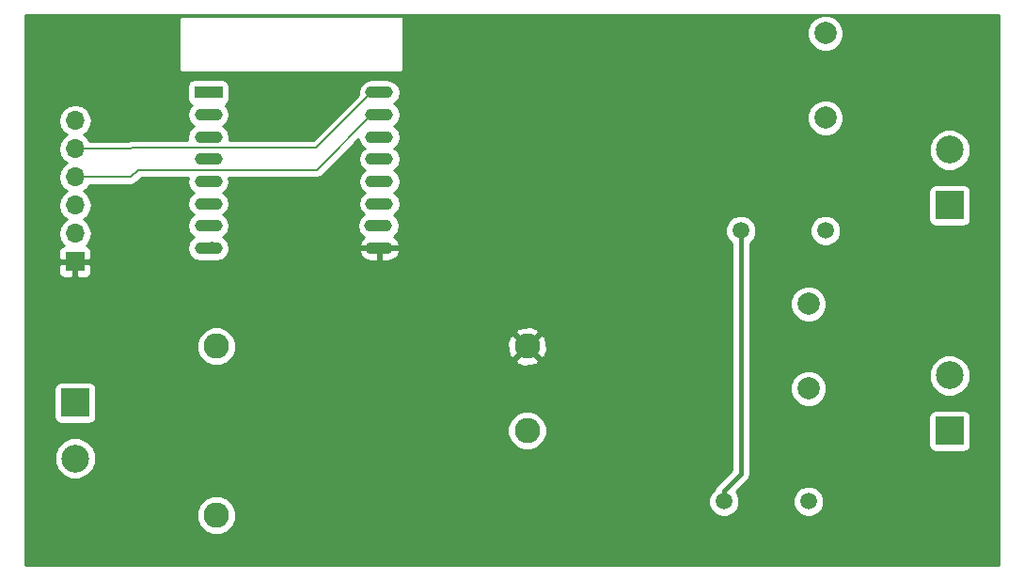
<source format=gbl>
G04 #@! TF.FileFunction,Copper,L2,Bot,Signal*
%FSLAX46Y46*%
G04 Gerber Fmt 4.6, Leading zero omitted, Abs format (unit mm)*
G04 Created by KiCad (PCBNEW 4.0.6) date 04/16/17 19:40:35*
%MOMM*%
%LPD*%
G01*
G04 APERTURE LIST*
%ADD10C,0.100000*%
%ADD11R,2.500000X1.100000*%
%ADD12O,2.500000X1.100000*%
%ADD13R,2.500000X2.500000*%
%ADD14C,2.500000*%
%ADD15R,1.700000X1.700000*%
%ADD16O,1.700000X1.700000*%
%ADD17C,1.520000*%
%ADD18C,2.000000*%
%ADD19C,2.290000*%
%ADD20C,0.457200*%
%ADD21C,0.152400*%
%ADD22C,0.254000*%
G04 APERTURE END LIST*
D10*
D11*
X77125600Y-84328000D03*
D12*
X77125600Y-86328000D03*
X77125600Y-88328000D03*
X77125600Y-90328000D03*
X77125600Y-92328000D03*
X77125600Y-94328000D03*
X77125600Y-96328000D03*
X77125600Y-98328000D03*
X92525600Y-98328000D03*
X92425600Y-96328000D03*
X92525600Y-94328000D03*
X92525600Y-92328000D03*
X92525600Y-90328000D03*
X92525600Y-88328000D03*
X92525600Y-86328000D03*
X92525600Y-84328000D03*
D13*
X65125600Y-112268000D03*
D14*
X65125600Y-117268000D03*
D15*
X65125600Y-99568000D03*
D16*
X65125600Y-97028000D03*
X65125600Y-94488000D03*
X65125600Y-91948000D03*
X65125600Y-89408000D03*
X65125600Y-86868000D03*
D13*
X143865600Y-94488000D03*
D14*
X143865600Y-89488000D03*
D13*
X143865600Y-114808000D03*
D14*
X143865600Y-109808000D03*
D17*
X132689600Y-96774000D03*
D18*
X132689600Y-86614000D03*
X132689600Y-78994000D03*
D17*
X125069600Y-96774000D03*
X131165600Y-121158000D03*
D18*
X131165600Y-110998000D03*
X131165600Y-103378000D03*
D17*
X123545600Y-121158000D03*
D19*
X77825600Y-107188000D03*
X77825600Y-122388000D03*
X105825600Y-107188000D03*
X105825600Y-114788000D03*
D20*
X123545600Y-121158000D02*
X123545600Y-120192800D01*
X125069600Y-118668800D02*
X125069600Y-96774000D01*
X123545600Y-120192800D02*
X125069600Y-118668800D01*
X77414600Y-97917000D02*
X77825600Y-98328000D01*
D21*
X65125600Y-89408000D02*
X70104000Y-89408000D01*
X86847200Y-89306400D02*
X91825600Y-84328000D01*
X70205600Y-89306400D02*
X86847200Y-89306400D01*
X70104000Y-89408000D02*
X70205600Y-89306400D01*
X65125600Y-91948000D02*
X70180200Y-91948000D01*
X86866000Y-91287600D02*
X91825600Y-86328000D01*
X70840600Y-91287600D02*
X86866000Y-91287600D01*
X70180200Y-91948000D02*
X70840600Y-91287600D01*
D22*
G36*
X148297900Y-126860300D02*
X60693300Y-126860300D01*
X60693300Y-122740510D01*
X76045292Y-122740510D01*
X76315710Y-123394972D01*
X76815995Y-123896130D01*
X77469983Y-124167690D01*
X78178110Y-124168308D01*
X78832572Y-123897890D01*
X79333730Y-123397605D01*
X79605290Y-122743617D01*
X79605908Y-122035490D01*
X79357488Y-121434265D01*
X122150358Y-121434265D01*
X122362287Y-121947172D01*
X122754364Y-122339934D01*
X123266900Y-122552758D01*
X123821865Y-122553242D01*
X124334772Y-122341313D01*
X124727534Y-121949236D01*
X124940358Y-121436700D01*
X124940360Y-121434265D01*
X129770358Y-121434265D01*
X129982287Y-121947172D01*
X130374364Y-122339934D01*
X130886900Y-122552758D01*
X131441865Y-122553242D01*
X131954772Y-122341313D01*
X132347534Y-121949236D01*
X132560358Y-121436700D01*
X132560842Y-120881735D01*
X132348913Y-120368828D01*
X131956836Y-119976066D01*
X131444300Y-119763242D01*
X130889335Y-119762758D01*
X130376428Y-119974687D01*
X129983666Y-120366764D01*
X129770842Y-120879300D01*
X129770358Y-121434265D01*
X124940360Y-121434265D01*
X124940842Y-120881735D01*
X124728913Y-120368828D01*
X124659960Y-120299754D01*
X125680257Y-119279458D01*
X125867461Y-118999286D01*
X125867462Y-118999285D01*
X125933200Y-118668800D01*
X125933200Y-113558000D01*
X141968160Y-113558000D01*
X141968160Y-116058000D01*
X142012438Y-116293317D01*
X142151510Y-116509441D01*
X142363710Y-116654431D01*
X142615600Y-116705440D01*
X145115600Y-116705440D01*
X145350917Y-116661162D01*
X145567041Y-116522090D01*
X145712031Y-116309890D01*
X145763040Y-116058000D01*
X145763040Y-113558000D01*
X145718762Y-113322683D01*
X145579690Y-113106559D01*
X145367490Y-112961569D01*
X145115600Y-112910560D01*
X142615600Y-112910560D01*
X142380283Y-112954838D01*
X142164159Y-113093910D01*
X142019169Y-113306110D01*
X141968160Y-113558000D01*
X125933200Y-113558000D01*
X125933200Y-111321795D01*
X129530316Y-111321795D01*
X129778706Y-111922943D01*
X130238237Y-112383278D01*
X130838952Y-112632716D01*
X131489395Y-112633284D01*
X132090543Y-112384894D01*
X132550878Y-111925363D01*
X132800316Y-111324648D01*
X132800884Y-110674205D01*
X132597222Y-110181305D01*
X141980274Y-110181305D01*
X142266643Y-110874372D01*
X142796439Y-111405093D01*
X143489005Y-111692672D01*
X144238905Y-111693326D01*
X144931972Y-111406957D01*
X145462693Y-110877161D01*
X145750272Y-110184595D01*
X145750926Y-109434695D01*
X145464557Y-108741628D01*
X144934761Y-108210907D01*
X144242195Y-107923328D01*
X143492295Y-107922674D01*
X142799228Y-108209043D01*
X142268507Y-108738839D01*
X141980928Y-109431405D01*
X141980274Y-110181305D01*
X132597222Y-110181305D01*
X132552494Y-110073057D01*
X132092963Y-109612722D01*
X131492248Y-109363284D01*
X130841805Y-109362716D01*
X130240657Y-109611106D01*
X129780322Y-110070637D01*
X129530884Y-110671352D01*
X129530316Y-111321795D01*
X125933200Y-111321795D01*
X125933200Y-103701795D01*
X129530316Y-103701795D01*
X129778706Y-104302943D01*
X130238237Y-104763278D01*
X130838952Y-105012716D01*
X131489395Y-105013284D01*
X132090543Y-104764894D01*
X132550878Y-104305363D01*
X132800316Y-103704648D01*
X132800884Y-103054205D01*
X132552494Y-102453057D01*
X132092963Y-101992722D01*
X131492248Y-101743284D01*
X130841805Y-101742716D01*
X130240657Y-101991106D01*
X129780322Y-102450637D01*
X129530884Y-103051352D01*
X129530316Y-103701795D01*
X125933200Y-103701795D01*
X125933200Y-97883015D01*
X126251534Y-97565236D01*
X126464358Y-97052700D01*
X126464360Y-97050265D01*
X131294358Y-97050265D01*
X131506287Y-97563172D01*
X131898364Y-97955934D01*
X132410900Y-98168758D01*
X132965865Y-98169242D01*
X133478772Y-97957313D01*
X133871534Y-97565236D01*
X134084358Y-97052700D01*
X134084842Y-96497735D01*
X133872913Y-95984828D01*
X133480836Y-95592066D01*
X132968300Y-95379242D01*
X132413335Y-95378758D01*
X131900428Y-95590687D01*
X131507666Y-95982764D01*
X131294842Y-96495300D01*
X131294358Y-97050265D01*
X126464360Y-97050265D01*
X126464842Y-96497735D01*
X126252913Y-95984828D01*
X125860836Y-95592066D01*
X125348300Y-95379242D01*
X124793335Y-95378758D01*
X124280428Y-95590687D01*
X123887666Y-95982764D01*
X123674842Y-96495300D01*
X123674358Y-97050265D01*
X123886287Y-97563172D01*
X124206000Y-97883444D01*
X124206000Y-118311085D01*
X122934943Y-119582143D01*
X122747738Y-119862315D01*
X122717694Y-120013353D01*
X122363666Y-120366764D01*
X122150842Y-120879300D01*
X122150358Y-121434265D01*
X79357488Y-121434265D01*
X79335490Y-121381028D01*
X78835205Y-120879870D01*
X78181217Y-120608310D01*
X77473090Y-120607692D01*
X76818628Y-120878110D01*
X76317470Y-121378395D01*
X76045910Y-122032383D01*
X76045292Y-122740510D01*
X60693300Y-122740510D01*
X60693300Y-117641305D01*
X63240274Y-117641305D01*
X63526643Y-118334372D01*
X64056439Y-118865093D01*
X64749005Y-119152672D01*
X65498905Y-119153326D01*
X66191972Y-118866957D01*
X66722693Y-118337161D01*
X67010272Y-117644595D01*
X67010926Y-116894695D01*
X66724557Y-116201628D01*
X66194761Y-115670907D01*
X65502195Y-115383328D01*
X64752295Y-115382674D01*
X64059228Y-115669043D01*
X63528507Y-116198839D01*
X63240928Y-116891405D01*
X63240274Y-117641305D01*
X60693300Y-117641305D01*
X60693300Y-115140510D01*
X104045292Y-115140510D01*
X104315710Y-115794972D01*
X104815995Y-116296130D01*
X105469983Y-116567690D01*
X106178110Y-116568308D01*
X106832572Y-116297890D01*
X107333730Y-115797605D01*
X107605290Y-115143617D01*
X107605908Y-114435490D01*
X107335490Y-113781028D01*
X106835205Y-113279870D01*
X106181217Y-113008310D01*
X105473090Y-113007692D01*
X104818628Y-113278110D01*
X104317470Y-113778395D01*
X104045910Y-114432383D01*
X104045292Y-115140510D01*
X60693300Y-115140510D01*
X60693300Y-111018000D01*
X63228160Y-111018000D01*
X63228160Y-113518000D01*
X63272438Y-113753317D01*
X63411510Y-113969441D01*
X63623710Y-114114431D01*
X63875600Y-114165440D01*
X66375600Y-114165440D01*
X66610917Y-114121162D01*
X66827041Y-113982090D01*
X66972031Y-113769890D01*
X67023040Y-113518000D01*
X67023040Y-111018000D01*
X66978762Y-110782683D01*
X66839690Y-110566559D01*
X66627490Y-110421569D01*
X66375600Y-110370560D01*
X63875600Y-110370560D01*
X63640283Y-110414838D01*
X63424159Y-110553910D01*
X63279169Y-110766110D01*
X63228160Y-111018000D01*
X60693300Y-111018000D01*
X60693300Y-107540510D01*
X76045292Y-107540510D01*
X76315710Y-108194972D01*
X76815995Y-108696130D01*
X77469983Y-108967690D01*
X78178110Y-108968308D01*
X78832572Y-108697890D01*
X79085493Y-108445409D01*
X104747796Y-108445409D01*
X104864205Y-108727312D01*
X105526456Y-108978049D01*
X106234249Y-108956267D01*
X106786995Y-108727312D01*
X106903404Y-108445409D01*
X105825600Y-107367605D01*
X104747796Y-108445409D01*
X79085493Y-108445409D01*
X79333730Y-108197605D01*
X79605290Y-107543617D01*
X79605861Y-106888856D01*
X104035551Y-106888856D01*
X104057333Y-107596649D01*
X104286288Y-108149395D01*
X104568191Y-108265804D01*
X105645995Y-107188000D01*
X106005205Y-107188000D01*
X107083009Y-108265804D01*
X107364912Y-108149395D01*
X107615649Y-107487144D01*
X107593867Y-106779351D01*
X107364912Y-106226605D01*
X107083009Y-106110196D01*
X106005205Y-107188000D01*
X105645995Y-107188000D01*
X104568191Y-106110196D01*
X104286288Y-106226605D01*
X104035551Y-106888856D01*
X79605861Y-106888856D01*
X79605908Y-106835490D01*
X79335490Y-106181028D01*
X79085490Y-105930591D01*
X104747796Y-105930591D01*
X105825600Y-107008395D01*
X106903404Y-105930591D01*
X106786995Y-105648688D01*
X106124744Y-105397951D01*
X105416951Y-105419733D01*
X104864205Y-105648688D01*
X104747796Y-105930591D01*
X79085490Y-105930591D01*
X78835205Y-105679870D01*
X78181217Y-105408310D01*
X77473090Y-105407692D01*
X76818628Y-105678110D01*
X76317470Y-106178395D01*
X76045910Y-106832383D01*
X76045292Y-107540510D01*
X60693300Y-107540510D01*
X60693300Y-99853750D01*
X63640600Y-99853750D01*
X63640600Y-100544310D01*
X63737273Y-100777699D01*
X63915902Y-100956327D01*
X64149291Y-101053000D01*
X64839850Y-101053000D01*
X64998600Y-100894250D01*
X64998600Y-99695000D01*
X65252600Y-99695000D01*
X65252600Y-100894250D01*
X65411350Y-101053000D01*
X66101909Y-101053000D01*
X66335298Y-100956327D01*
X66513927Y-100777699D01*
X66610600Y-100544310D01*
X66610600Y-99853750D01*
X66451850Y-99695000D01*
X65252600Y-99695000D01*
X64998600Y-99695000D01*
X63799350Y-99695000D01*
X63640600Y-99853750D01*
X60693300Y-99853750D01*
X60693300Y-86868000D01*
X63611507Y-86868000D01*
X63724546Y-87436285D01*
X64046453Y-87918054D01*
X64375626Y-88138000D01*
X64046453Y-88357946D01*
X63724546Y-88839715D01*
X63611507Y-89408000D01*
X63724546Y-89976285D01*
X64046453Y-90458054D01*
X64375626Y-90678000D01*
X64046453Y-90897946D01*
X63724546Y-91379715D01*
X63611507Y-91948000D01*
X63724546Y-92516285D01*
X64046453Y-92998054D01*
X64375626Y-93218000D01*
X64046453Y-93437946D01*
X63724546Y-93919715D01*
X63611507Y-94488000D01*
X63724546Y-95056285D01*
X64046453Y-95538054D01*
X64375626Y-95758000D01*
X64046453Y-95977946D01*
X63724546Y-96459715D01*
X63611507Y-97028000D01*
X63724546Y-97596285D01*
X64046453Y-98078054D01*
X64090377Y-98107403D01*
X63915902Y-98179673D01*
X63737273Y-98358301D01*
X63640600Y-98591690D01*
X63640600Y-99282250D01*
X63799350Y-99441000D01*
X64998600Y-99441000D01*
X64998600Y-99421000D01*
X65252600Y-99421000D01*
X65252600Y-99441000D01*
X66451850Y-99441000D01*
X66610600Y-99282250D01*
X66610600Y-98591690D01*
X66513927Y-98358301D01*
X66335298Y-98179673D01*
X66160823Y-98107403D01*
X66204747Y-98078054D01*
X66526654Y-97596285D01*
X66639693Y-97028000D01*
X66526654Y-96459715D01*
X66204747Y-95977946D01*
X65875574Y-95758000D01*
X66204747Y-95538054D01*
X66526654Y-95056285D01*
X66639693Y-94488000D01*
X66526654Y-93919715D01*
X66204747Y-93437946D01*
X65875574Y-93218000D01*
X66204747Y-92998054D01*
X66431161Y-92659200D01*
X70180200Y-92659200D01*
X70452365Y-92605063D01*
X70683094Y-92450894D01*
X71135189Y-91998800D01*
X75269153Y-91998800D01*
X75203671Y-92328000D01*
X75293874Y-92781480D01*
X75550749Y-93165922D01*
X75793317Y-93328000D01*
X75550749Y-93490078D01*
X75293874Y-93874520D01*
X75203671Y-94328000D01*
X75293874Y-94781480D01*
X75550749Y-95165922D01*
X75793317Y-95328000D01*
X75550749Y-95490078D01*
X75293874Y-95874520D01*
X75203671Y-96328000D01*
X75293874Y-96781480D01*
X75550749Y-97165922D01*
X75793317Y-97328000D01*
X75550749Y-97490078D01*
X75293874Y-97874520D01*
X75203671Y-98328000D01*
X75293874Y-98781480D01*
X75550749Y-99165922D01*
X75935191Y-99422797D01*
X76388671Y-99513000D01*
X77862529Y-99513000D01*
X78316009Y-99422797D01*
X78700451Y-99165922D01*
X78957326Y-98781480D01*
X78985916Y-98637744D01*
X90681797Y-98637744D01*
X90682202Y-98664146D01*
X90897876Y-99076118D01*
X91254787Y-99374196D01*
X91698600Y-99513000D01*
X92398600Y-99513000D01*
X92398600Y-98455000D01*
X92652600Y-98455000D01*
X92652600Y-99513000D01*
X93352600Y-99513000D01*
X93796413Y-99374196D01*
X94153324Y-99076118D01*
X94368998Y-98664146D01*
X94369403Y-98637744D01*
X94243961Y-98455000D01*
X92652600Y-98455000D01*
X92398600Y-98455000D01*
X90807239Y-98455000D01*
X90681797Y-98637744D01*
X78985916Y-98637744D01*
X79047529Y-98328000D01*
X78957326Y-97874520D01*
X78700451Y-97490078D01*
X78457883Y-97328000D01*
X78700451Y-97165922D01*
X78957326Y-96781480D01*
X79047529Y-96328000D01*
X78957326Y-95874520D01*
X78700451Y-95490078D01*
X78457883Y-95328000D01*
X78700451Y-95165922D01*
X78957326Y-94781480D01*
X79047529Y-94328000D01*
X78957326Y-93874520D01*
X78700451Y-93490078D01*
X78457883Y-93328000D01*
X78700451Y-93165922D01*
X78957326Y-92781480D01*
X79047529Y-92328000D01*
X78982047Y-91998800D01*
X86866000Y-91998800D01*
X87138165Y-91944663D01*
X87368894Y-91790494D01*
X90641452Y-88517937D01*
X90693874Y-88781480D01*
X90950749Y-89165922D01*
X91193317Y-89328000D01*
X90950749Y-89490078D01*
X90693874Y-89874520D01*
X90603671Y-90328000D01*
X90693874Y-90781480D01*
X90950749Y-91165922D01*
X91193317Y-91328000D01*
X90950749Y-91490078D01*
X90693874Y-91874520D01*
X90603671Y-92328000D01*
X90693874Y-92781480D01*
X90950749Y-93165922D01*
X91193317Y-93328000D01*
X90950749Y-93490078D01*
X90693874Y-93874520D01*
X90603671Y-94328000D01*
X90693874Y-94781480D01*
X90950749Y-95165922D01*
X91143317Y-95294591D01*
X90850749Y-95490078D01*
X90593874Y-95874520D01*
X90503671Y-96328000D01*
X90593874Y-96781480D01*
X90850749Y-97165922D01*
X91152291Y-97367405D01*
X90897876Y-97579882D01*
X90682202Y-97991854D01*
X90681797Y-98018256D01*
X90807239Y-98201000D01*
X92398600Y-98201000D01*
X92398600Y-98181000D01*
X92652600Y-98181000D01*
X92652600Y-98201000D01*
X94243961Y-98201000D01*
X94369403Y-98018256D01*
X94368998Y-97991854D01*
X94153324Y-97579882D01*
X93810017Y-97293165D01*
X94000451Y-97165922D01*
X94257326Y-96781480D01*
X94347529Y-96328000D01*
X94257326Y-95874520D01*
X94000451Y-95490078D01*
X93807883Y-95361409D01*
X94100451Y-95165922D01*
X94357326Y-94781480D01*
X94447529Y-94328000D01*
X94357326Y-93874520D01*
X94100451Y-93490078D01*
X93857883Y-93328000D01*
X93992578Y-93238000D01*
X141968160Y-93238000D01*
X141968160Y-95738000D01*
X142012438Y-95973317D01*
X142151510Y-96189441D01*
X142363710Y-96334431D01*
X142615600Y-96385440D01*
X145115600Y-96385440D01*
X145350917Y-96341162D01*
X145567041Y-96202090D01*
X145712031Y-95989890D01*
X145763040Y-95738000D01*
X145763040Y-93238000D01*
X145718762Y-93002683D01*
X145579690Y-92786559D01*
X145367490Y-92641569D01*
X145115600Y-92590560D01*
X142615600Y-92590560D01*
X142380283Y-92634838D01*
X142164159Y-92773910D01*
X142019169Y-92986110D01*
X141968160Y-93238000D01*
X93992578Y-93238000D01*
X94100451Y-93165922D01*
X94357326Y-92781480D01*
X94447529Y-92328000D01*
X94357326Y-91874520D01*
X94100451Y-91490078D01*
X93857883Y-91328000D01*
X94100451Y-91165922D01*
X94357326Y-90781480D01*
X94447529Y-90328000D01*
X94357326Y-89874520D01*
X94348497Y-89861305D01*
X141980274Y-89861305D01*
X142266643Y-90554372D01*
X142796439Y-91085093D01*
X143489005Y-91372672D01*
X144238905Y-91373326D01*
X144931972Y-91086957D01*
X145462693Y-90557161D01*
X145750272Y-89864595D01*
X145750926Y-89114695D01*
X145464557Y-88421628D01*
X144934761Y-87890907D01*
X144242195Y-87603328D01*
X143492295Y-87602674D01*
X142799228Y-87889043D01*
X142268507Y-88418839D01*
X141980928Y-89111405D01*
X141980274Y-89861305D01*
X94348497Y-89861305D01*
X94100451Y-89490078D01*
X93857883Y-89328000D01*
X94100451Y-89165922D01*
X94357326Y-88781480D01*
X94447529Y-88328000D01*
X94357326Y-87874520D01*
X94100451Y-87490078D01*
X93857883Y-87328000D01*
X94100451Y-87165922D01*
X94252880Y-86937795D01*
X131054316Y-86937795D01*
X131302706Y-87538943D01*
X131762237Y-87999278D01*
X132362952Y-88248716D01*
X133013395Y-88249284D01*
X133614543Y-88000894D01*
X134074878Y-87541363D01*
X134324316Y-86940648D01*
X134324884Y-86290205D01*
X134076494Y-85689057D01*
X133616963Y-85228722D01*
X133016248Y-84979284D01*
X132365805Y-84978716D01*
X131764657Y-85227106D01*
X131304322Y-85686637D01*
X131054884Y-86287352D01*
X131054316Y-86937795D01*
X94252880Y-86937795D01*
X94357326Y-86781480D01*
X94447529Y-86328000D01*
X94357326Y-85874520D01*
X94100451Y-85490078D01*
X93857883Y-85328000D01*
X94100451Y-85165922D01*
X94357326Y-84781480D01*
X94447529Y-84328000D01*
X94357326Y-83874520D01*
X94100451Y-83490078D01*
X93716009Y-83233203D01*
X93262529Y-83143000D01*
X91788671Y-83143000D01*
X91335191Y-83233203D01*
X90950749Y-83490078D01*
X90693874Y-83874520D01*
X90603671Y-84328000D01*
X90639531Y-84508281D01*
X86552612Y-88595200D01*
X78994379Y-88595200D01*
X79047529Y-88328000D01*
X78957326Y-87874520D01*
X78700451Y-87490078D01*
X78457883Y-87328000D01*
X78700451Y-87165922D01*
X78957326Y-86781480D01*
X79047529Y-86328000D01*
X78957326Y-85874520D01*
X78700451Y-85490078D01*
X78649729Y-85456187D01*
X78827041Y-85342090D01*
X78972031Y-85129890D01*
X79023040Y-84878000D01*
X79023040Y-83778000D01*
X78978762Y-83542683D01*
X78839690Y-83326559D01*
X78627490Y-83181569D01*
X78375600Y-83130560D01*
X75875600Y-83130560D01*
X75640283Y-83174838D01*
X75424159Y-83313910D01*
X75279169Y-83526110D01*
X75228160Y-83778000D01*
X75228160Y-84878000D01*
X75272438Y-85113317D01*
X75411510Y-85329441D01*
X75599215Y-85457694D01*
X75550749Y-85490078D01*
X75293874Y-85874520D01*
X75203671Y-86328000D01*
X75293874Y-86781480D01*
X75550749Y-87165922D01*
X75793317Y-87328000D01*
X75550749Y-87490078D01*
X75293874Y-87874520D01*
X75203671Y-88328000D01*
X75256821Y-88595200D01*
X70205600Y-88595200D01*
X69978590Y-88640355D01*
X69933435Y-88649337D01*
X69862402Y-88696800D01*
X66431161Y-88696800D01*
X66204747Y-88357946D01*
X65875574Y-88138000D01*
X66204747Y-87918054D01*
X66526654Y-87436285D01*
X66639693Y-86868000D01*
X66526654Y-86299715D01*
X66204747Y-85817946D01*
X65722978Y-85496039D01*
X65154693Y-85383000D01*
X65096507Y-85383000D01*
X64528222Y-85496039D01*
X64046453Y-85817946D01*
X63724546Y-86299715D01*
X63611507Y-86868000D01*
X60693300Y-86868000D01*
X60693300Y-77520800D01*
X73558400Y-77520800D01*
X73558400Y-77571600D01*
X73566459Y-77616120D01*
X73593151Y-77658887D01*
X73634378Y-77687900D01*
X73683646Y-77698588D01*
X73733189Y-77689266D01*
X73775203Y-77661403D01*
X73826003Y-77610603D01*
X73835435Y-77597000D01*
X74472800Y-77597000D01*
X74472800Y-82346800D01*
X74481485Y-82392959D01*
X74508765Y-82435353D01*
X74550390Y-82463794D01*
X74599800Y-82473800D01*
X94538800Y-82473800D01*
X94584959Y-82465115D01*
X94627353Y-82437835D01*
X94655794Y-82396210D01*
X94665800Y-82346800D01*
X94665800Y-79317795D01*
X131054316Y-79317795D01*
X131302706Y-79918943D01*
X131762237Y-80379278D01*
X132362952Y-80628716D01*
X133013395Y-80629284D01*
X133614543Y-80380894D01*
X134074878Y-79921363D01*
X134324316Y-79320648D01*
X134324884Y-78670205D01*
X134076494Y-78069057D01*
X133616963Y-77608722D01*
X133016248Y-77359284D01*
X132365805Y-77358716D01*
X131764657Y-77607106D01*
X131304322Y-78066637D01*
X131054884Y-78667352D01*
X131054316Y-79317795D01*
X94665800Y-79317795D01*
X94665800Y-77571600D01*
X94657115Y-77525441D01*
X94629835Y-77483047D01*
X94588210Y-77454606D01*
X94538800Y-77444600D01*
X74676000Y-77444600D01*
X74619204Y-77458008D01*
X74592457Y-77471382D01*
X74553641Y-77478685D01*
X74511247Y-77505965D01*
X74482806Y-77547590D01*
X74472800Y-77597000D01*
X73835435Y-77597000D01*
X73851784Y-77573423D01*
X73863152Y-77524309D01*
X73854515Y-77474641D01*
X73827235Y-77432247D01*
X73785610Y-77403806D01*
X73736200Y-77393800D01*
X73685400Y-77393800D01*
X73639241Y-77402485D01*
X73596847Y-77429765D01*
X73568406Y-77471390D01*
X73558400Y-77520800D01*
X60693300Y-77520800D01*
X60693300Y-77355700D01*
X148297900Y-77355700D01*
X148297900Y-126860300D01*
X148297900Y-126860300D01*
G37*
X148297900Y-126860300D02*
X60693300Y-126860300D01*
X60693300Y-122740510D01*
X76045292Y-122740510D01*
X76315710Y-123394972D01*
X76815995Y-123896130D01*
X77469983Y-124167690D01*
X78178110Y-124168308D01*
X78832572Y-123897890D01*
X79333730Y-123397605D01*
X79605290Y-122743617D01*
X79605908Y-122035490D01*
X79357488Y-121434265D01*
X122150358Y-121434265D01*
X122362287Y-121947172D01*
X122754364Y-122339934D01*
X123266900Y-122552758D01*
X123821865Y-122553242D01*
X124334772Y-122341313D01*
X124727534Y-121949236D01*
X124940358Y-121436700D01*
X124940360Y-121434265D01*
X129770358Y-121434265D01*
X129982287Y-121947172D01*
X130374364Y-122339934D01*
X130886900Y-122552758D01*
X131441865Y-122553242D01*
X131954772Y-122341313D01*
X132347534Y-121949236D01*
X132560358Y-121436700D01*
X132560842Y-120881735D01*
X132348913Y-120368828D01*
X131956836Y-119976066D01*
X131444300Y-119763242D01*
X130889335Y-119762758D01*
X130376428Y-119974687D01*
X129983666Y-120366764D01*
X129770842Y-120879300D01*
X129770358Y-121434265D01*
X124940360Y-121434265D01*
X124940842Y-120881735D01*
X124728913Y-120368828D01*
X124659960Y-120299754D01*
X125680257Y-119279458D01*
X125867461Y-118999286D01*
X125867462Y-118999285D01*
X125933200Y-118668800D01*
X125933200Y-113558000D01*
X141968160Y-113558000D01*
X141968160Y-116058000D01*
X142012438Y-116293317D01*
X142151510Y-116509441D01*
X142363710Y-116654431D01*
X142615600Y-116705440D01*
X145115600Y-116705440D01*
X145350917Y-116661162D01*
X145567041Y-116522090D01*
X145712031Y-116309890D01*
X145763040Y-116058000D01*
X145763040Y-113558000D01*
X145718762Y-113322683D01*
X145579690Y-113106559D01*
X145367490Y-112961569D01*
X145115600Y-112910560D01*
X142615600Y-112910560D01*
X142380283Y-112954838D01*
X142164159Y-113093910D01*
X142019169Y-113306110D01*
X141968160Y-113558000D01*
X125933200Y-113558000D01*
X125933200Y-111321795D01*
X129530316Y-111321795D01*
X129778706Y-111922943D01*
X130238237Y-112383278D01*
X130838952Y-112632716D01*
X131489395Y-112633284D01*
X132090543Y-112384894D01*
X132550878Y-111925363D01*
X132800316Y-111324648D01*
X132800884Y-110674205D01*
X132597222Y-110181305D01*
X141980274Y-110181305D01*
X142266643Y-110874372D01*
X142796439Y-111405093D01*
X143489005Y-111692672D01*
X144238905Y-111693326D01*
X144931972Y-111406957D01*
X145462693Y-110877161D01*
X145750272Y-110184595D01*
X145750926Y-109434695D01*
X145464557Y-108741628D01*
X144934761Y-108210907D01*
X144242195Y-107923328D01*
X143492295Y-107922674D01*
X142799228Y-108209043D01*
X142268507Y-108738839D01*
X141980928Y-109431405D01*
X141980274Y-110181305D01*
X132597222Y-110181305D01*
X132552494Y-110073057D01*
X132092963Y-109612722D01*
X131492248Y-109363284D01*
X130841805Y-109362716D01*
X130240657Y-109611106D01*
X129780322Y-110070637D01*
X129530884Y-110671352D01*
X129530316Y-111321795D01*
X125933200Y-111321795D01*
X125933200Y-103701795D01*
X129530316Y-103701795D01*
X129778706Y-104302943D01*
X130238237Y-104763278D01*
X130838952Y-105012716D01*
X131489395Y-105013284D01*
X132090543Y-104764894D01*
X132550878Y-104305363D01*
X132800316Y-103704648D01*
X132800884Y-103054205D01*
X132552494Y-102453057D01*
X132092963Y-101992722D01*
X131492248Y-101743284D01*
X130841805Y-101742716D01*
X130240657Y-101991106D01*
X129780322Y-102450637D01*
X129530884Y-103051352D01*
X129530316Y-103701795D01*
X125933200Y-103701795D01*
X125933200Y-97883015D01*
X126251534Y-97565236D01*
X126464358Y-97052700D01*
X126464360Y-97050265D01*
X131294358Y-97050265D01*
X131506287Y-97563172D01*
X131898364Y-97955934D01*
X132410900Y-98168758D01*
X132965865Y-98169242D01*
X133478772Y-97957313D01*
X133871534Y-97565236D01*
X134084358Y-97052700D01*
X134084842Y-96497735D01*
X133872913Y-95984828D01*
X133480836Y-95592066D01*
X132968300Y-95379242D01*
X132413335Y-95378758D01*
X131900428Y-95590687D01*
X131507666Y-95982764D01*
X131294842Y-96495300D01*
X131294358Y-97050265D01*
X126464360Y-97050265D01*
X126464842Y-96497735D01*
X126252913Y-95984828D01*
X125860836Y-95592066D01*
X125348300Y-95379242D01*
X124793335Y-95378758D01*
X124280428Y-95590687D01*
X123887666Y-95982764D01*
X123674842Y-96495300D01*
X123674358Y-97050265D01*
X123886287Y-97563172D01*
X124206000Y-97883444D01*
X124206000Y-118311085D01*
X122934943Y-119582143D01*
X122747738Y-119862315D01*
X122717694Y-120013353D01*
X122363666Y-120366764D01*
X122150842Y-120879300D01*
X122150358Y-121434265D01*
X79357488Y-121434265D01*
X79335490Y-121381028D01*
X78835205Y-120879870D01*
X78181217Y-120608310D01*
X77473090Y-120607692D01*
X76818628Y-120878110D01*
X76317470Y-121378395D01*
X76045910Y-122032383D01*
X76045292Y-122740510D01*
X60693300Y-122740510D01*
X60693300Y-117641305D01*
X63240274Y-117641305D01*
X63526643Y-118334372D01*
X64056439Y-118865093D01*
X64749005Y-119152672D01*
X65498905Y-119153326D01*
X66191972Y-118866957D01*
X66722693Y-118337161D01*
X67010272Y-117644595D01*
X67010926Y-116894695D01*
X66724557Y-116201628D01*
X66194761Y-115670907D01*
X65502195Y-115383328D01*
X64752295Y-115382674D01*
X64059228Y-115669043D01*
X63528507Y-116198839D01*
X63240928Y-116891405D01*
X63240274Y-117641305D01*
X60693300Y-117641305D01*
X60693300Y-115140510D01*
X104045292Y-115140510D01*
X104315710Y-115794972D01*
X104815995Y-116296130D01*
X105469983Y-116567690D01*
X106178110Y-116568308D01*
X106832572Y-116297890D01*
X107333730Y-115797605D01*
X107605290Y-115143617D01*
X107605908Y-114435490D01*
X107335490Y-113781028D01*
X106835205Y-113279870D01*
X106181217Y-113008310D01*
X105473090Y-113007692D01*
X104818628Y-113278110D01*
X104317470Y-113778395D01*
X104045910Y-114432383D01*
X104045292Y-115140510D01*
X60693300Y-115140510D01*
X60693300Y-111018000D01*
X63228160Y-111018000D01*
X63228160Y-113518000D01*
X63272438Y-113753317D01*
X63411510Y-113969441D01*
X63623710Y-114114431D01*
X63875600Y-114165440D01*
X66375600Y-114165440D01*
X66610917Y-114121162D01*
X66827041Y-113982090D01*
X66972031Y-113769890D01*
X67023040Y-113518000D01*
X67023040Y-111018000D01*
X66978762Y-110782683D01*
X66839690Y-110566559D01*
X66627490Y-110421569D01*
X66375600Y-110370560D01*
X63875600Y-110370560D01*
X63640283Y-110414838D01*
X63424159Y-110553910D01*
X63279169Y-110766110D01*
X63228160Y-111018000D01*
X60693300Y-111018000D01*
X60693300Y-107540510D01*
X76045292Y-107540510D01*
X76315710Y-108194972D01*
X76815995Y-108696130D01*
X77469983Y-108967690D01*
X78178110Y-108968308D01*
X78832572Y-108697890D01*
X79085493Y-108445409D01*
X104747796Y-108445409D01*
X104864205Y-108727312D01*
X105526456Y-108978049D01*
X106234249Y-108956267D01*
X106786995Y-108727312D01*
X106903404Y-108445409D01*
X105825600Y-107367605D01*
X104747796Y-108445409D01*
X79085493Y-108445409D01*
X79333730Y-108197605D01*
X79605290Y-107543617D01*
X79605861Y-106888856D01*
X104035551Y-106888856D01*
X104057333Y-107596649D01*
X104286288Y-108149395D01*
X104568191Y-108265804D01*
X105645995Y-107188000D01*
X106005205Y-107188000D01*
X107083009Y-108265804D01*
X107364912Y-108149395D01*
X107615649Y-107487144D01*
X107593867Y-106779351D01*
X107364912Y-106226605D01*
X107083009Y-106110196D01*
X106005205Y-107188000D01*
X105645995Y-107188000D01*
X104568191Y-106110196D01*
X104286288Y-106226605D01*
X104035551Y-106888856D01*
X79605861Y-106888856D01*
X79605908Y-106835490D01*
X79335490Y-106181028D01*
X79085490Y-105930591D01*
X104747796Y-105930591D01*
X105825600Y-107008395D01*
X106903404Y-105930591D01*
X106786995Y-105648688D01*
X106124744Y-105397951D01*
X105416951Y-105419733D01*
X104864205Y-105648688D01*
X104747796Y-105930591D01*
X79085490Y-105930591D01*
X78835205Y-105679870D01*
X78181217Y-105408310D01*
X77473090Y-105407692D01*
X76818628Y-105678110D01*
X76317470Y-106178395D01*
X76045910Y-106832383D01*
X76045292Y-107540510D01*
X60693300Y-107540510D01*
X60693300Y-99853750D01*
X63640600Y-99853750D01*
X63640600Y-100544310D01*
X63737273Y-100777699D01*
X63915902Y-100956327D01*
X64149291Y-101053000D01*
X64839850Y-101053000D01*
X64998600Y-100894250D01*
X64998600Y-99695000D01*
X65252600Y-99695000D01*
X65252600Y-100894250D01*
X65411350Y-101053000D01*
X66101909Y-101053000D01*
X66335298Y-100956327D01*
X66513927Y-100777699D01*
X66610600Y-100544310D01*
X66610600Y-99853750D01*
X66451850Y-99695000D01*
X65252600Y-99695000D01*
X64998600Y-99695000D01*
X63799350Y-99695000D01*
X63640600Y-99853750D01*
X60693300Y-99853750D01*
X60693300Y-86868000D01*
X63611507Y-86868000D01*
X63724546Y-87436285D01*
X64046453Y-87918054D01*
X64375626Y-88138000D01*
X64046453Y-88357946D01*
X63724546Y-88839715D01*
X63611507Y-89408000D01*
X63724546Y-89976285D01*
X64046453Y-90458054D01*
X64375626Y-90678000D01*
X64046453Y-90897946D01*
X63724546Y-91379715D01*
X63611507Y-91948000D01*
X63724546Y-92516285D01*
X64046453Y-92998054D01*
X64375626Y-93218000D01*
X64046453Y-93437946D01*
X63724546Y-93919715D01*
X63611507Y-94488000D01*
X63724546Y-95056285D01*
X64046453Y-95538054D01*
X64375626Y-95758000D01*
X64046453Y-95977946D01*
X63724546Y-96459715D01*
X63611507Y-97028000D01*
X63724546Y-97596285D01*
X64046453Y-98078054D01*
X64090377Y-98107403D01*
X63915902Y-98179673D01*
X63737273Y-98358301D01*
X63640600Y-98591690D01*
X63640600Y-99282250D01*
X63799350Y-99441000D01*
X64998600Y-99441000D01*
X64998600Y-99421000D01*
X65252600Y-99421000D01*
X65252600Y-99441000D01*
X66451850Y-99441000D01*
X66610600Y-99282250D01*
X66610600Y-98591690D01*
X66513927Y-98358301D01*
X66335298Y-98179673D01*
X66160823Y-98107403D01*
X66204747Y-98078054D01*
X66526654Y-97596285D01*
X66639693Y-97028000D01*
X66526654Y-96459715D01*
X66204747Y-95977946D01*
X65875574Y-95758000D01*
X66204747Y-95538054D01*
X66526654Y-95056285D01*
X66639693Y-94488000D01*
X66526654Y-93919715D01*
X66204747Y-93437946D01*
X65875574Y-93218000D01*
X66204747Y-92998054D01*
X66431161Y-92659200D01*
X70180200Y-92659200D01*
X70452365Y-92605063D01*
X70683094Y-92450894D01*
X71135189Y-91998800D01*
X75269153Y-91998800D01*
X75203671Y-92328000D01*
X75293874Y-92781480D01*
X75550749Y-93165922D01*
X75793317Y-93328000D01*
X75550749Y-93490078D01*
X75293874Y-93874520D01*
X75203671Y-94328000D01*
X75293874Y-94781480D01*
X75550749Y-95165922D01*
X75793317Y-95328000D01*
X75550749Y-95490078D01*
X75293874Y-95874520D01*
X75203671Y-96328000D01*
X75293874Y-96781480D01*
X75550749Y-97165922D01*
X75793317Y-97328000D01*
X75550749Y-97490078D01*
X75293874Y-97874520D01*
X75203671Y-98328000D01*
X75293874Y-98781480D01*
X75550749Y-99165922D01*
X75935191Y-99422797D01*
X76388671Y-99513000D01*
X77862529Y-99513000D01*
X78316009Y-99422797D01*
X78700451Y-99165922D01*
X78957326Y-98781480D01*
X78985916Y-98637744D01*
X90681797Y-98637744D01*
X90682202Y-98664146D01*
X90897876Y-99076118D01*
X91254787Y-99374196D01*
X91698600Y-99513000D01*
X92398600Y-99513000D01*
X92398600Y-98455000D01*
X92652600Y-98455000D01*
X92652600Y-99513000D01*
X93352600Y-99513000D01*
X93796413Y-99374196D01*
X94153324Y-99076118D01*
X94368998Y-98664146D01*
X94369403Y-98637744D01*
X94243961Y-98455000D01*
X92652600Y-98455000D01*
X92398600Y-98455000D01*
X90807239Y-98455000D01*
X90681797Y-98637744D01*
X78985916Y-98637744D01*
X79047529Y-98328000D01*
X78957326Y-97874520D01*
X78700451Y-97490078D01*
X78457883Y-97328000D01*
X78700451Y-97165922D01*
X78957326Y-96781480D01*
X79047529Y-96328000D01*
X78957326Y-95874520D01*
X78700451Y-95490078D01*
X78457883Y-95328000D01*
X78700451Y-95165922D01*
X78957326Y-94781480D01*
X79047529Y-94328000D01*
X78957326Y-93874520D01*
X78700451Y-93490078D01*
X78457883Y-93328000D01*
X78700451Y-93165922D01*
X78957326Y-92781480D01*
X79047529Y-92328000D01*
X78982047Y-91998800D01*
X86866000Y-91998800D01*
X87138165Y-91944663D01*
X87368894Y-91790494D01*
X90641452Y-88517937D01*
X90693874Y-88781480D01*
X90950749Y-89165922D01*
X91193317Y-89328000D01*
X90950749Y-89490078D01*
X90693874Y-89874520D01*
X90603671Y-90328000D01*
X90693874Y-90781480D01*
X90950749Y-91165922D01*
X91193317Y-91328000D01*
X90950749Y-91490078D01*
X90693874Y-91874520D01*
X90603671Y-92328000D01*
X90693874Y-92781480D01*
X90950749Y-93165922D01*
X91193317Y-93328000D01*
X90950749Y-93490078D01*
X90693874Y-93874520D01*
X90603671Y-94328000D01*
X90693874Y-94781480D01*
X90950749Y-95165922D01*
X91143317Y-95294591D01*
X90850749Y-95490078D01*
X90593874Y-95874520D01*
X90503671Y-96328000D01*
X90593874Y-96781480D01*
X90850749Y-97165922D01*
X91152291Y-97367405D01*
X90897876Y-97579882D01*
X90682202Y-97991854D01*
X90681797Y-98018256D01*
X90807239Y-98201000D01*
X92398600Y-98201000D01*
X92398600Y-98181000D01*
X92652600Y-98181000D01*
X92652600Y-98201000D01*
X94243961Y-98201000D01*
X94369403Y-98018256D01*
X94368998Y-97991854D01*
X94153324Y-97579882D01*
X93810017Y-97293165D01*
X94000451Y-97165922D01*
X94257326Y-96781480D01*
X94347529Y-96328000D01*
X94257326Y-95874520D01*
X94000451Y-95490078D01*
X93807883Y-95361409D01*
X94100451Y-95165922D01*
X94357326Y-94781480D01*
X94447529Y-94328000D01*
X94357326Y-93874520D01*
X94100451Y-93490078D01*
X93857883Y-93328000D01*
X93992578Y-93238000D01*
X141968160Y-93238000D01*
X141968160Y-95738000D01*
X142012438Y-95973317D01*
X142151510Y-96189441D01*
X142363710Y-96334431D01*
X142615600Y-96385440D01*
X145115600Y-96385440D01*
X145350917Y-96341162D01*
X145567041Y-96202090D01*
X145712031Y-95989890D01*
X145763040Y-95738000D01*
X145763040Y-93238000D01*
X145718762Y-93002683D01*
X145579690Y-92786559D01*
X145367490Y-92641569D01*
X145115600Y-92590560D01*
X142615600Y-92590560D01*
X142380283Y-92634838D01*
X142164159Y-92773910D01*
X142019169Y-92986110D01*
X141968160Y-93238000D01*
X93992578Y-93238000D01*
X94100451Y-93165922D01*
X94357326Y-92781480D01*
X94447529Y-92328000D01*
X94357326Y-91874520D01*
X94100451Y-91490078D01*
X93857883Y-91328000D01*
X94100451Y-91165922D01*
X94357326Y-90781480D01*
X94447529Y-90328000D01*
X94357326Y-89874520D01*
X94348497Y-89861305D01*
X141980274Y-89861305D01*
X142266643Y-90554372D01*
X142796439Y-91085093D01*
X143489005Y-91372672D01*
X144238905Y-91373326D01*
X144931972Y-91086957D01*
X145462693Y-90557161D01*
X145750272Y-89864595D01*
X145750926Y-89114695D01*
X145464557Y-88421628D01*
X144934761Y-87890907D01*
X144242195Y-87603328D01*
X143492295Y-87602674D01*
X142799228Y-87889043D01*
X142268507Y-88418839D01*
X141980928Y-89111405D01*
X141980274Y-89861305D01*
X94348497Y-89861305D01*
X94100451Y-89490078D01*
X93857883Y-89328000D01*
X94100451Y-89165922D01*
X94357326Y-88781480D01*
X94447529Y-88328000D01*
X94357326Y-87874520D01*
X94100451Y-87490078D01*
X93857883Y-87328000D01*
X94100451Y-87165922D01*
X94252880Y-86937795D01*
X131054316Y-86937795D01*
X131302706Y-87538943D01*
X131762237Y-87999278D01*
X132362952Y-88248716D01*
X133013395Y-88249284D01*
X133614543Y-88000894D01*
X134074878Y-87541363D01*
X134324316Y-86940648D01*
X134324884Y-86290205D01*
X134076494Y-85689057D01*
X133616963Y-85228722D01*
X133016248Y-84979284D01*
X132365805Y-84978716D01*
X131764657Y-85227106D01*
X131304322Y-85686637D01*
X131054884Y-86287352D01*
X131054316Y-86937795D01*
X94252880Y-86937795D01*
X94357326Y-86781480D01*
X94447529Y-86328000D01*
X94357326Y-85874520D01*
X94100451Y-85490078D01*
X93857883Y-85328000D01*
X94100451Y-85165922D01*
X94357326Y-84781480D01*
X94447529Y-84328000D01*
X94357326Y-83874520D01*
X94100451Y-83490078D01*
X93716009Y-83233203D01*
X93262529Y-83143000D01*
X91788671Y-83143000D01*
X91335191Y-83233203D01*
X90950749Y-83490078D01*
X90693874Y-83874520D01*
X90603671Y-84328000D01*
X90639531Y-84508281D01*
X86552612Y-88595200D01*
X78994379Y-88595200D01*
X79047529Y-88328000D01*
X78957326Y-87874520D01*
X78700451Y-87490078D01*
X78457883Y-87328000D01*
X78700451Y-87165922D01*
X78957326Y-86781480D01*
X79047529Y-86328000D01*
X78957326Y-85874520D01*
X78700451Y-85490078D01*
X78649729Y-85456187D01*
X78827041Y-85342090D01*
X78972031Y-85129890D01*
X79023040Y-84878000D01*
X79023040Y-83778000D01*
X78978762Y-83542683D01*
X78839690Y-83326559D01*
X78627490Y-83181569D01*
X78375600Y-83130560D01*
X75875600Y-83130560D01*
X75640283Y-83174838D01*
X75424159Y-83313910D01*
X75279169Y-83526110D01*
X75228160Y-83778000D01*
X75228160Y-84878000D01*
X75272438Y-85113317D01*
X75411510Y-85329441D01*
X75599215Y-85457694D01*
X75550749Y-85490078D01*
X75293874Y-85874520D01*
X75203671Y-86328000D01*
X75293874Y-86781480D01*
X75550749Y-87165922D01*
X75793317Y-87328000D01*
X75550749Y-87490078D01*
X75293874Y-87874520D01*
X75203671Y-88328000D01*
X75256821Y-88595200D01*
X70205600Y-88595200D01*
X69978590Y-88640355D01*
X69933435Y-88649337D01*
X69862402Y-88696800D01*
X66431161Y-88696800D01*
X66204747Y-88357946D01*
X65875574Y-88138000D01*
X66204747Y-87918054D01*
X66526654Y-87436285D01*
X66639693Y-86868000D01*
X66526654Y-86299715D01*
X66204747Y-85817946D01*
X65722978Y-85496039D01*
X65154693Y-85383000D01*
X65096507Y-85383000D01*
X64528222Y-85496039D01*
X64046453Y-85817946D01*
X63724546Y-86299715D01*
X63611507Y-86868000D01*
X60693300Y-86868000D01*
X60693300Y-77520800D01*
X73558400Y-77520800D01*
X73558400Y-77571600D01*
X73566459Y-77616120D01*
X73593151Y-77658887D01*
X73634378Y-77687900D01*
X73683646Y-77698588D01*
X73733189Y-77689266D01*
X73775203Y-77661403D01*
X73826003Y-77610603D01*
X73835435Y-77597000D01*
X74472800Y-77597000D01*
X74472800Y-82346800D01*
X74481485Y-82392959D01*
X74508765Y-82435353D01*
X74550390Y-82463794D01*
X74599800Y-82473800D01*
X94538800Y-82473800D01*
X94584959Y-82465115D01*
X94627353Y-82437835D01*
X94655794Y-82396210D01*
X94665800Y-82346800D01*
X94665800Y-79317795D01*
X131054316Y-79317795D01*
X131302706Y-79918943D01*
X131762237Y-80379278D01*
X132362952Y-80628716D01*
X133013395Y-80629284D01*
X133614543Y-80380894D01*
X134074878Y-79921363D01*
X134324316Y-79320648D01*
X134324884Y-78670205D01*
X134076494Y-78069057D01*
X133616963Y-77608722D01*
X133016248Y-77359284D01*
X132365805Y-77358716D01*
X131764657Y-77607106D01*
X131304322Y-78066637D01*
X131054884Y-78667352D01*
X131054316Y-79317795D01*
X94665800Y-79317795D01*
X94665800Y-77571600D01*
X94657115Y-77525441D01*
X94629835Y-77483047D01*
X94588210Y-77454606D01*
X94538800Y-77444600D01*
X74676000Y-77444600D01*
X74619204Y-77458008D01*
X74592457Y-77471382D01*
X74553641Y-77478685D01*
X74511247Y-77505965D01*
X74482806Y-77547590D01*
X74472800Y-77597000D01*
X73835435Y-77597000D01*
X73851784Y-77573423D01*
X73863152Y-77524309D01*
X73854515Y-77474641D01*
X73827235Y-77432247D01*
X73785610Y-77403806D01*
X73736200Y-77393800D01*
X73685400Y-77393800D01*
X73639241Y-77402485D01*
X73596847Y-77429765D01*
X73568406Y-77471390D01*
X73558400Y-77520800D01*
X60693300Y-77520800D01*
X60693300Y-77355700D01*
X148297900Y-77355700D01*
X148297900Y-126860300D01*
M02*

</source>
